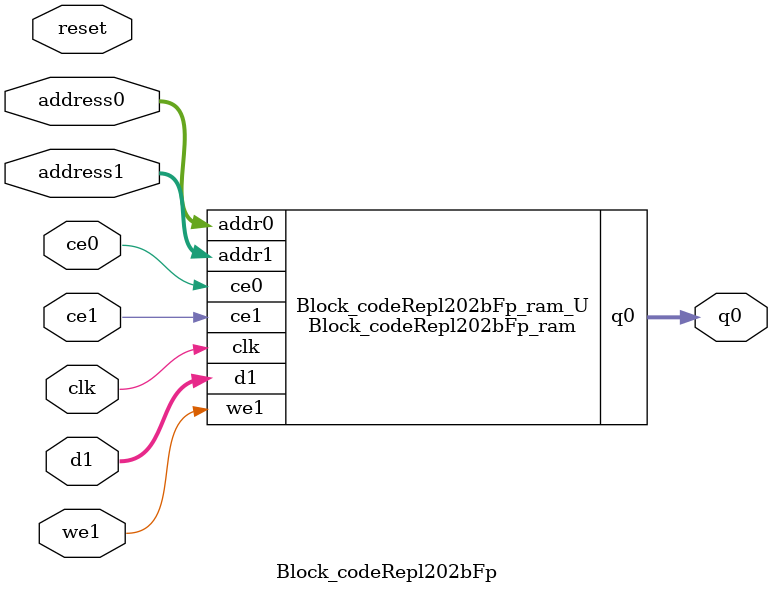
<source format=v>
`timescale 1 ns / 1 ps
module Block_codeRepl202bFp_ram (addr0, ce0, q0, addr1, ce1, d1, we1,  clk);

parameter DWIDTH = 5;
parameter AWIDTH = 7;
parameter MEM_SIZE = 82;

input[AWIDTH-1:0] addr0;
input ce0;
output reg[DWIDTH-1:0] q0;
input[AWIDTH-1:0] addr1;
input ce1;
input[DWIDTH-1:0] d1;
input we1;
input clk;

(* ram_style = "distributed" *)reg [DWIDTH-1:0] ram[0:MEM_SIZE-1];




always @(posedge clk)  
begin 
    if (ce0) begin
        q0 <= ram[addr0];
    end
end


always @(posedge clk)  
begin 
    if (ce1) begin
        if (we1) 
            ram[addr1] <= d1; 
    end
end


endmodule

`timescale 1 ns / 1 ps
module Block_codeRepl202bFp(
    reset,
    clk,
    address0,
    ce0,
    q0,
    address1,
    ce1,
    we1,
    d1);

parameter DataWidth = 32'd5;
parameter AddressRange = 32'd82;
parameter AddressWidth = 32'd7;
input reset;
input clk;
input[AddressWidth - 1:0] address0;
input ce0;
output[DataWidth - 1:0] q0;
input[AddressWidth - 1:0] address1;
input ce1;
input we1;
input[DataWidth - 1:0] d1;



Block_codeRepl202bFp_ram Block_codeRepl202bFp_ram_U(
    .clk( clk ),
    .addr0( address0 ),
    .ce0( ce0 ),
    .q0( q0 ),
    .addr1( address1 ),
    .ce1( ce1 ),
    .we1( we1 ),
    .d1( d1 ));

endmodule


</source>
